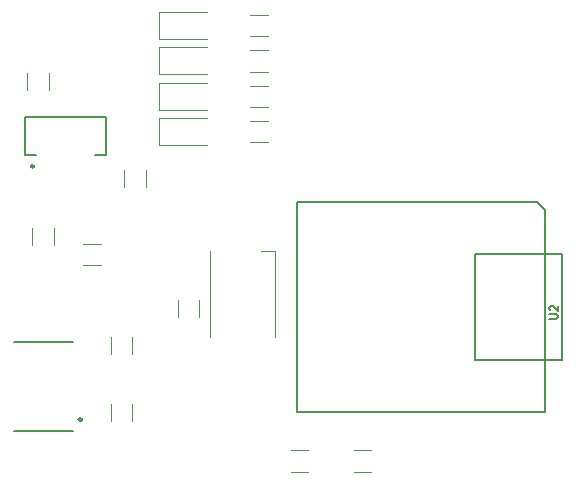
<source format=gbr>
%TF.GenerationSoftware,KiCad,Pcbnew,7.0.5*%
%TF.CreationDate,2023-08-01T17:52:27-04:00*%
%TF.ProjectId,Board_To_Be_Tested,426f6172-645f-4546-9f5f-42655f546573,rev?*%
%TF.SameCoordinates,Original*%
%TF.FileFunction,Legend,Top*%
%TF.FilePolarity,Positive*%
%FSLAX46Y46*%
G04 Gerber Fmt 4.6, Leading zero omitted, Abs format (unit mm)*
G04 Created by KiCad (PCBNEW 7.0.5) date 2023-08-01 17:52:27*
%MOMM*%
%LPD*%
G01*
G04 APERTURE LIST*
%ADD10C,0.150000*%
%ADD11C,0.120000*%
%ADD12C,0.127000*%
%ADD13C,0.254000*%
%ADD14C,0.200000*%
G04 APERTURE END LIST*
D10*
%TO.C,U2*%
X175277283Y-91251833D02*
X175843950Y-91251833D01*
X175843950Y-91251833D02*
X175910616Y-91218500D01*
X175910616Y-91218500D02*
X175943950Y-91185166D01*
X175943950Y-91185166D02*
X175977283Y-91118500D01*
X175977283Y-91118500D02*
X175977283Y-90985166D01*
X175977283Y-90985166D02*
X175943950Y-90918500D01*
X175943950Y-90918500D02*
X175910616Y-90885166D01*
X175910616Y-90885166D02*
X175843950Y-90851833D01*
X175843950Y-90851833D02*
X175277283Y-90851833D01*
X175343950Y-90551833D02*
X175310616Y-90518500D01*
X175310616Y-90518500D02*
X175277283Y-90451833D01*
X175277283Y-90451833D02*
X175277283Y-90285167D01*
X175277283Y-90285167D02*
X175310616Y-90218500D01*
X175310616Y-90218500D02*
X175343950Y-90185167D01*
X175343950Y-90185167D02*
X175410616Y-90151833D01*
X175410616Y-90151833D02*
X175477283Y-90151833D01*
X175477283Y-90151833D02*
X175577283Y-90185167D01*
X175577283Y-90185167D02*
X175977283Y-90585167D01*
X175977283Y-90585167D02*
X175977283Y-90151833D01*
D11*
%TO.C,C3*%
X131060000Y-70486248D02*
X131060000Y-71908752D01*
X132880000Y-70486248D02*
X132880000Y-71908752D01*
%TO.C,R7*%
X138140000Y-99927064D02*
X138140000Y-98472936D01*
X139960000Y-99927064D02*
X139960000Y-98472936D01*
%TO.C,R8*%
X131490000Y-85017064D02*
X131490000Y-83562936D01*
X133310000Y-85017064D02*
X133310000Y-83562936D01*
%TO.C,R5*%
X153372936Y-102390000D02*
X154827064Y-102390000D01*
X153372936Y-104210000D02*
X154827064Y-104210000D01*
%TO.C,D3*%
X142222500Y-68285000D02*
X142222500Y-70555000D01*
X142222500Y-70555000D02*
X146282500Y-70555000D01*
X146282500Y-68285000D02*
X142222500Y-68285000D01*
%TO.C,R1*%
X149955436Y-65510000D02*
X151409564Y-65510000D01*
X149955436Y-67330000D02*
X151409564Y-67330000D01*
%TO.C,R4*%
X158722936Y-102390000D02*
X160177064Y-102390000D01*
X158722936Y-104210000D02*
X160177064Y-104210000D01*
%TO.C,R2*%
X149955436Y-68510000D02*
X151409564Y-68510000D01*
X149955436Y-70330000D02*
X151409564Y-70330000D01*
%TO.C,C2*%
X143820000Y-91111252D02*
X143820000Y-89688748D01*
X145640000Y-91111252D02*
X145640000Y-89688748D01*
%TO.C,D4*%
X142222500Y-71285000D02*
X142222500Y-73555000D01*
X142222500Y-73555000D02*
X146282500Y-73555000D01*
X146282500Y-71285000D02*
X142222500Y-71285000D01*
%TO.C,R6*%
X149955436Y-74510000D02*
X151409564Y-74510000D01*
X149955436Y-76330000D02*
X151409564Y-76330000D01*
%TO.C,D5*%
X142222500Y-74285000D02*
X142222500Y-76555000D01*
X142222500Y-76555000D02*
X146282500Y-76555000D01*
X146282500Y-74285000D02*
X142222500Y-74285000D01*
%TO.C,D1*%
X146510000Y-92780000D02*
X146510000Y-85480000D01*
X152010000Y-92780000D02*
X152010000Y-85480000D01*
X152010000Y-85480000D02*
X150860000Y-85480000D01*
D12*
%TO.C,U1*%
X134915000Y-93265000D02*
X129985000Y-93265000D01*
X129985000Y-100735000D02*
X134915000Y-100735000D01*
D13*
X135677000Y-99800000D02*
G75*
G03*
X135677000Y-99800000I-127000J0D01*
G01*
D11*
%TO.C,R9*%
X139300000Y-80107064D02*
X139300000Y-78652936D01*
X141120000Y-80107064D02*
X141120000Y-78652936D01*
D12*
%TO.C,U2*%
X174209250Y-81384000D02*
X153880750Y-81384000D01*
X153880750Y-81384000D02*
X153880750Y-99184000D01*
X174880750Y-82055541D02*
X174209250Y-81384000D01*
X168952750Y-85780000D02*
X176305750Y-85780000D01*
X176304750Y-85784000D02*
X176304750Y-94779000D01*
X176304750Y-94779000D02*
X168952750Y-94779000D01*
X168952750Y-94779000D02*
X168952750Y-85780000D01*
X174880750Y-99184000D02*
X174880750Y-82055541D01*
X153880750Y-99184000D02*
X174880750Y-99184000D01*
D11*
%TO.C,D2*%
X142222500Y-65285000D02*
X142222500Y-67555000D01*
X142222500Y-67555000D02*
X146282500Y-67555000D01*
X146282500Y-65285000D02*
X142222500Y-65285000D01*
%TO.C,R10*%
X135822936Y-84910000D02*
X137277064Y-84910000D01*
X135822936Y-86730000D02*
X137277064Y-86730000D01*
%TO.C,C1*%
X138140000Y-94211252D02*
X138140000Y-92788748D01*
X139960000Y-94211252D02*
X139960000Y-92788748D01*
D14*
%TO.C,IC1*%
X130895000Y-74200000D02*
X130895000Y-77400000D01*
X130895000Y-74200000D02*
X137695000Y-74200000D01*
X130895000Y-77400000D02*
X131839000Y-77400000D01*
X137695000Y-74200000D02*
X137695000Y-77400000D01*
X137695000Y-77400000D02*
X136815000Y-77400000D01*
D13*
X131624680Y-78342000D02*
G75*
G03*
X131624680Y-78342000I-119680J0D01*
G01*
D11*
%TO.C,R3*%
X149955436Y-71510000D02*
X151409564Y-71510000D01*
X149955436Y-73330000D02*
X151409564Y-73330000D01*
%TD*%
M02*

</source>
